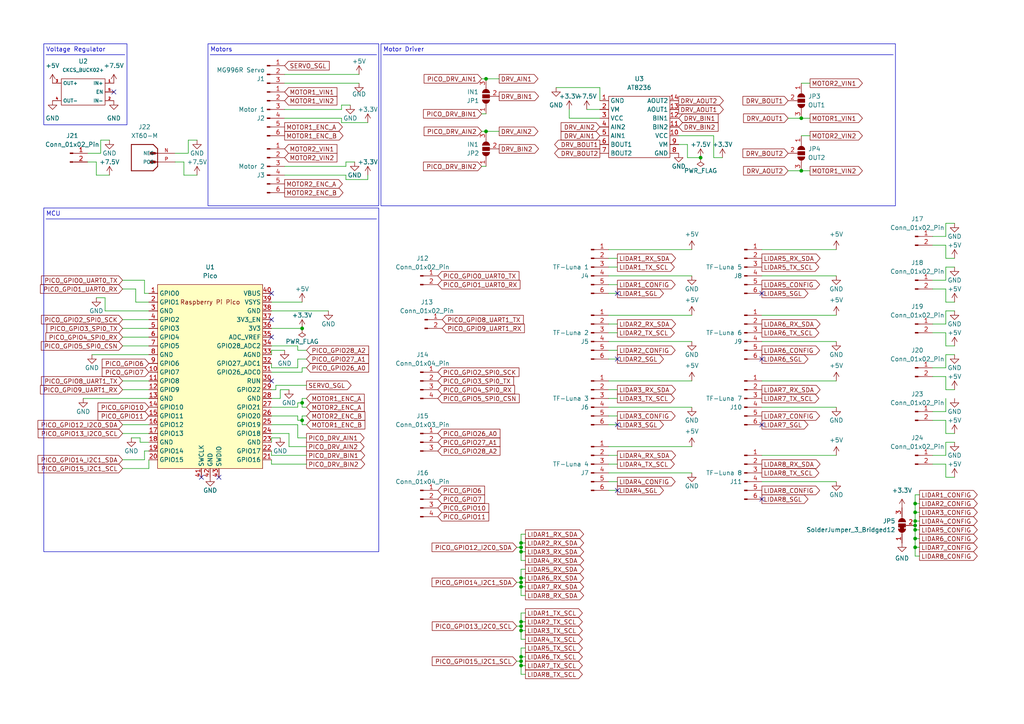
<source format=kicad_sch>
(kicad_sch (version 20230121) (generator eeschema)
  (paper "A4")
  (title_block (title "WRO Future Engineers") (date "2023-06-15") (rev "final") (company "Raffles Institution Club Automatica") (comment 1 "Zhou Yikun") (comment 2 "Zachary Ang"))
  (junction (at 265.43 146.05))
  (junction (at 151.13 191.77))
  (junction (at 87.63 116.84))
  (junction (at 151.13 160.02))
  (junction (at 151.13 168.91))
  (junction (at 265.43 152.4))
  (junction (at 151.13 181.61))
  (junction (at 265.43 156.21))
  (junction (at 87.63 121.92))
  (junction (at 151.13 193.04))
  (junction (at 232.41 34.29))
  (junction (at 265.43 158.75))
  (junction (at 151.13 167.64))
  (junction (at 140.97 38.1))
  (junction (at 203.2 45.72))
  (junction (at 87.63 95.25))
  (junction (at 151.13 170.18))
  (junction (at 140.97 22.86))
  (junction (at 265.43 153.67))
  (junction (at 151.13 182.88))
  (junction (at 265.43 148.59))
  (junction (at 151.13 158.75))
  (junction (at 232.41 49.53))
  (junction (at 265.43 151.13))
  (junction (at 151.13 180.34))
  (junction (at 151.13 190.5))
  (junction (at 151.13 157.48))
  (no_connect (at 220.98 104.14))
  (no_connect (at 220.98 144.78))
  (no_connect (at 78.74 92.71))
  (no_connect (at 220.98 85.09))
  (no_connect (at 78.74 110.49))
  (no_connect (at 78.74 97.79))
  (no_connect (at 78.74 85.09))
  (no_connect (at 63.5 138.43))
  (no_connect (at 179.07 142.24))
  (no_connect (at 220.98 123.19))
  (no_connect (at 58.42 138.43))
  (no_connect (at 33.02 26.67))
  (no_connect (at 179.07 85.09))
  (no_connect (at 179.07 104.14))
  (no_connect (at 179.07 123.19))
  (wire (pts (xy 151.13 177.8) (xy 151.13 180.34)))
  (wire (pts (xy 176.53 123.19) (xy 179.07 123.19)))
  (wire (pts (xy 41.91 130.81) (xy 41.91 133.35)))
  (wire (pts (xy 43.18 133.35) (xy 43.18 135.89)))
  (wire (pts (xy 151.13 170.18) (xy 152.4 170.18)))
  (wire (pts (xy 151.13 195.58) (xy 152.4 195.58)))
  (wire (pts (xy 274.32 134.62) (xy 270.51 134.62)))
  (wire (pts (xy 151.13 182.88) (xy 152.4 182.88)))
  (wire (pts (xy 274.32 128.27) (xy 274.32 132.08)))
  (wire (pts (xy 151.13 168.91) (xy 151.13 170.18)))
  (wire (pts (xy 151.13 160.02) (xy 151.13 162.56)))
  (wire (pts (xy 41.91 130.81) (xy 43.18 130.81)))
  (wire (pts (xy 220.98 132.08) (xy 242.57 132.08)))
  (wire (pts (xy 24.13 115.57) (xy 43.18 115.57)))
  (wire (pts (xy 41.91 133.35) (xy 35.56 133.35)))
  (wire (pts (xy 274.32 106.68) (xy 270.51 106.68)))
  (wire (pts (xy 106.68 52.07) (xy 100.33 52.07)))
  (wire (pts (xy 86.36 120.65) (xy 86.36 121.92)))
  (wire (pts (xy 274.32 132.08) (xy 270.51 132.08)))
  (wire (pts (xy 88.9 118.11) (xy 87.63 118.11)))
  (wire (pts (xy 274.32 81.28) (xy 270.51 81.28)))
  (wire (pts (xy 274.32 68.58) (xy 270.51 68.58)))
  (wire (pts (xy 82.55 48.26) (xy 100.33 48.26)))
  (wire (pts (xy 176.53 132.08) (xy 179.07 132.08)))
  (wire (pts (xy 149.86 168.91) (xy 151.13 168.91)))
  (wire (pts (xy 78.74 107.95) (xy 87.63 107.95)))
  (wire (pts (xy 228.6 49.53) (xy 232.41 49.53)))
  (wire (pts (xy 274.32 125.73) (xy 276.86 125.73)))
  (wire (pts (xy 265.43 158.75) (xy 265.43 161.29)))
  (wire (pts (xy 78.74 106.68) (xy 86.36 106.68)))
  (wire (pts (xy 86.36 116.84) (xy 86.36 118.11)))
  (wire (pts (xy 173.99 25.4) (xy 173.99 29.21)))
  (wire (pts (xy 35.56 97.79) (xy 43.18 97.79)))
  (wire (pts (xy 232.41 49.53) (xy 234.95 49.53)))
  (wire (pts (xy 170.18 31.75) (xy 173.99 31.75)))
  (wire (pts (xy 265.43 146.05) (xy 265.43 148.59)))
  (wire (pts (xy 87.63 121.92) (xy 87.63 120.65)))
  (wire (pts (xy 274.32 90.17) (xy 276.86 90.17)))
  (wire (pts (xy 199.39 41.91) (xy 196.85 41.91)))
  (wire (pts (xy 234.95 39.37) (xy 232.41 39.37)))
  (wire (pts (xy 87.63 118.11) (xy 87.63 116.84)))
  (wire (pts (xy 82.55 50.8) (xy 100.33 50.8)))
  (wire (pts (xy 176.53 137.16) (xy 200.66 137.16)))
  (wire (pts (xy 53.34 46.99) (xy 50.8 46.99)))
  (wire (pts (xy 151.13 170.18) (xy 151.13 172.72)))
  (wire (pts (xy 151.13 157.48) (xy 151.13 158.75)))
  (wire (pts (xy 87.63 123.19) (xy 87.63 121.92)))
  (wire (pts (xy 149.86 191.77) (xy 151.13 191.77)))
  (wire (pts (xy 176.53 99.06) (xy 200.66 99.06)))
  (wire (pts (xy 151.13 182.88) (xy 151.13 185.42)))
  (wire (pts (xy 207.01 45.72) (xy 207.01 39.37)))
  (wire (pts (xy 104.14 21.59) (xy 82.55 21.59)))
  (wire (pts (xy 27.94 46.99) (xy 27.94 50.8)))
  (wire (pts (xy 176.53 129.54) (xy 200.66 129.54)))
  (wire (pts (xy 139.7 38.1) (xy 140.97 38.1)))
  (wire (pts (xy 274.32 90.17) (xy 274.32 93.98)))
  (wire (pts (xy 265.43 153.67) (xy 266.7 153.67)))
  (wire (pts (xy 274.32 115.57) (xy 274.32 119.38)))
  (wire (pts (xy 176.53 134.62) (xy 179.07 134.62)))
  (wire (pts (xy 151.13 190.5) (xy 151.13 191.77)))
  (wire (pts (xy 43.18 135.89) (xy 35.56 135.89)))
  (wire (pts (xy 274.32 96.52) (xy 270.51 96.52)))
  (wire (pts (xy 78.74 133.35) (xy 78.74 134.62)))
  (wire (pts (xy 176.53 74.93) (xy 179.07 74.93)))
  (wire (pts (xy 35.56 83.82) (xy 39.37 83.82)))
  (wire (pts (xy 151.13 185.42) (xy 152.4 185.42)))
  (wire (pts (xy 83.82 125.73) (xy 83.82 129.54)))
  (wire (pts (xy 265.43 158.75) (xy 266.7 158.75)))
  (wire (pts (xy 99.06 31.75) (xy 82.55 31.75)))
  (wire (pts (xy 199.39 45.72) (xy 199.39 41.91)))
  (wire (pts (xy 265.43 143.51) (xy 265.43 146.05)))
  (wire (pts (xy 83.82 129.54) (xy 88.9 129.54)))
  (wire (pts (xy 274.32 87.63) (xy 276.86 87.63)))
  (wire (pts (xy 152.4 154.94) (xy 151.13 154.94)))
  (wire (pts (xy 151.13 157.48) (xy 152.4 157.48)))
  (wire (pts (xy 26.67 102.87) (xy 43.18 102.87)))
  (wire (pts (xy 274.32 134.62) (xy 274.32 138.43)))
  (wire (pts (xy 81.28 113.03) (xy 81.28 115.57)))
  (wire (pts (xy 35.56 123.19) (xy 43.18 123.19)))
  (wire (pts (xy 176.53 93.98) (xy 179.07 93.98)))
  (wire (pts (xy 151.13 187.96) (xy 151.13 190.5)))
  (wire (pts (xy 176.53 82.55) (xy 179.07 82.55)))
  (wire (pts (xy 80.01 111.76) (xy 88.9 111.76)))
  (wire (pts (xy 87.63 95.25) (xy 78.74 95.25)))
  (wire (pts (xy 274.32 64.77) (xy 276.86 64.77)))
  (wire (pts (xy 151.13 180.34) (xy 151.13 181.61)))
  (wire (pts (xy 104.14 24.13) (xy 82.55 24.13)))
  (wire (pts (xy 265.43 148.59) (xy 266.7 148.59)))
  (wire (pts (xy 99.06 30.48) (xy 99.06 31.75)))
  (wire (pts (xy 86.36 121.92) (xy 87.63 121.92)))
  (wire (pts (xy 274.32 119.38) (xy 270.51 119.38)))
  (wire (pts (xy 27.94 46.99) (xy 25.4 46.99)))
  (wire (pts (xy 87.63 115.57) (xy 88.9 115.57)))
  (wire (pts (xy 151.13 160.02) (xy 152.4 160.02)))
  (wire (pts (xy 274.32 113.03) (xy 276.86 113.03)))
  (wire (pts (xy 176.53 80.01) (xy 200.66 80.01)))
  (wire (pts (xy 86.36 101.6) (xy 88.9 101.6)))
  (wire (pts (xy 274.32 77.47) (xy 274.32 81.28)))
  (wire (pts (xy 140.97 38.1) (xy 144.78 38.1)))
  (wire (pts (xy 232.41 34.29) (xy 234.95 34.29)))
  (wire (pts (xy 83.82 113.03) (xy 81.28 113.03)))
  (wire (pts (xy 176.53 72.39) (xy 200.66 72.39)))
  (wire (pts (xy 40.64 127) (xy 40.64 128.27)))
  (wire (pts (xy 41.91 85.09) (xy 43.18 85.09)))
  (wire (pts (xy 87.63 106.68) (xy 88.9 106.68)))
  (wire (pts (xy 274.32 100.33) (xy 276.86 100.33)))
  (wire (pts (xy 78.74 118.11) (xy 86.36 118.11)))
  (wire (pts (xy 139.7 48.26) (xy 140.97 48.26)))
  (wire (pts (xy 242.57 80.01) (xy 220.98 80.01)))
  (wire (pts (xy 99.06 30.48) (xy 101.6 30.48)))
  (wire (pts (xy 53.34 50.8) (xy 57.15 50.8)))
  (wire (pts (xy 78.74 113.03) (xy 80.01 113.03)))
  (wire (pts (xy 54.61 40.64) (xy 54.61 44.45)))
  (wire (pts (xy 151.13 193.04) (xy 151.13 195.58)))
  (wire (pts (xy 274.32 109.22) (xy 270.51 109.22)))
  (wire (pts (xy 176.53 115.57) (xy 179.07 115.57)))
  (wire (pts (xy 78.74 100.33) (xy 86.36 100.33)))
  (wire (pts (xy 78.74 134.62) (xy 88.9 134.62)))
  (wire (pts (xy 99.06 34.29) (xy 82.55 34.29)))
  (wire (pts (xy 78.74 123.19) (xy 86.36 123.19)))
  (wire (pts (xy 29.21 40.64) (xy 29.21 44.45)))
  (wire (pts (xy 40.64 128.27) (xy 43.18 128.27)))
  (wire (pts (xy 54.61 40.64) (xy 57.15 40.64)))
  (wire (pts (xy 53.34 46.99) (xy 53.34 50.8)))
  (wire (pts (xy 39.37 87.63) (xy 43.18 87.63)))
  (wire (pts (xy 35.56 125.73) (xy 43.18 125.73)))
  (wire (pts (xy 78.74 132.08) (xy 88.9 132.08)))
  (wire (pts (xy 81.28 127) (xy 78.74 127)))
  (wire (pts (xy 232.41 24.13) (xy 234.95 24.13)))
  (wire (pts (xy 274.32 71.12) (xy 270.51 71.12)))
  (wire (pts (xy 228.6 34.29) (xy 232.41 34.29)))
  (wire (pts (xy 100.33 52.07) (xy 100.33 50.8)))
  (wire (pts (xy 78.74 127) (xy 78.74 128.27)))
  (wire (pts (xy 242.57 139.7) (xy 220.98 139.7)))
  (wire (pts (xy 88.9 123.19) (xy 87.63 123.19)))
  (wire (pts (xy 265.43 161.29) (xy 266.7 161.29)))
  (wire (pts (xy 265.43 156.21) (xy 266.7 156.21)))
  (wire (pts (xy 274.32 77.47) (xy 276.86 77.47)))
  (wire (pts (xy 151.13 181.61) (xy 151.13 182.88)))
  (wire (pts (xy 86.36 116.84) (xy 87.63 116.84)))
  (wire (pts (xy 99.06 35.56) (xy 99.06 34.29)))
  (wire (pts (xy 78.74 106.68) (xy 78.74 105.41)))
  (wire (pts (xy 86.36 100.33) (xy 86.36 101.6)))
  (wire (pts (xy 139.7 22.86) (xy 140.97 22.86)))
  (wire (pts (xy 266.7 143.51) (xy 265.43 143.51)))
  (wire (pts (xy 199.39 45.72) (xy 203.2 45.72)))
  (wire (pts (xy 151.13 167.64) (xy 152.4 167.64)))
  (wire (pts (xy 86.36 104.14) (xy 88.9 104.14)))
  (wire (pts (xy 165.1 34.29) (xy 173.99 34.29)))
  (wire (pts (xy 151.13 190.5) (xy 152.4 190.5)))
  (wire (pts (xy 265.43 148.59) (xy 265.43 151.13)))
  (wire (pts (xy 106.68 50.8) (xy 106.68 52.07)))
  (wire (pts (xy 78.74 130.81) (xy 78.74 132.08)))
  (wire (pts (xy 149.86 158.75) (xy 151.13 158.75)))
  (wire (pts (xy 274.32 128.27) (xy 276.86 128.27)))
  (wire (pts (xy 176.53 77.47) (xy 179.07 77.47)))
  (wire (pts (xy 151.13 191.77) (xy 151.13 193.04)))
  (wire (pts (xy 274.32 102.87) (xy 274.32 106.68)))
  (wire (pts (xy 100.33 46.99) (xy 102.87 46.99)))
  (wire (pts (xy 176.53 120.65) (xy 179.07 120.65)))
  (wire (pts (xy 81.28 115.57) (xy 78.74 115.57)))
  (wire (pts (xy 100.33 48.26) (xy 100.33 46.99)))
  (wire (pts (xy 151.13 167.64) (xy 151.13 168.91)))
  (wire (pts (xy 86.36 123.19) (xy 86.36 127)))
  (wire (pts (xy 265.43 153.67) (xy 265.43 156.21)))
  (wire (pts (xy 87.63 107.95) (xy 87.63 106.68)))
  (wire (pts (xy 152.4 187.96) (xy 151.13 187.96)))
  (wire (pts (xy 274.32 121.92) (xy 274.32 125.73)))
  (wire (pts (xy 265.43 151.13) (xy 266.7 151.13)))
  (wire (pts (xy 242.57 99.06) (xy 220.98 99.06)))
  (wire (pts (xy 274.32 96.52) (xy 274.32 100.33)))
  (wire (pts (xy 207.01 39.37) (xy 196.85 39.37)))
  (wire (pts (xy 152.4 177.8) (xy 151.13 177.8)))
  (wire (pts (xy 274.32 74.93) (xy 276.86 74.93)))
  (wire (pts (xy 151.13 154.94) (xy 151.13 157.48)))
  (wire (pts (xy 165.1 31.75) (xy 165.1 34.29)))
  (wire (pts (xy 151.13 172.72) (xy 152.4 172.72)))
  (wire (pts (xy 176.53 85.09) (xy 179.07 85.09)))
  (wire (pts (xy 87.63 116.84) (xy 87.63 115.57)))
  (wire (pts (xy 86.36 104.14) (xy 86.36 106.68)))
  (wire (pts (xy 54.61 44.45) (xy 50.8 44.45)))
  (wire (pts (xy 220.98 72.39) (xy 242.57 72.39)))
  (wire (pts (xy 274.32 121.92) (xy 270.51 121.92)))
  (wire (pts (xy 35.56 92.71) (xy 43.18 92.71)))
  (wire (pts (xy 151.13 158.75) (xy 151.13 160.02)))
  (wire (pts (xy 30.48 86.36) (xy 30.48 90.17)))
  (wire (pts (xy 176.53 96.52) (xy 179.07 96.52)))
  (wire (pts (xy 220.98 91.44) (xy 242.57 91.44)))
  (wire (pts (xy 35.56 110.49) (xy 43.18 110.49)))
  (wire (pts (xy 151.13 165.1) (xy 151.13 167.64)))
  (wire (pts (xy 274.32 93.98) (xy 270.51 93.98)))
  (wire (pts (xy 274.32 138.43) (xy 276.86 138.43)))
  (wire (pts (xy 151.13 193.04) (xy 152.4 193.04)))
  (wire (pts (xy 152.4 162.56) (xy 151.13 162.56)))
  (wire (pts (xy 35.56 95.25) (xy 43.18 95.25)))
  (wire (pts (xy 35.56 100.33) (xy 43.18 100.33)))
  (wire (pts (xy 274.32 83.82) (xy 274.32 87.63)))
  (wire (pts (xy 274.32 83.82) (xy 270.51 83.82)))
  (wire (pts (xy 41.91 81.28) (xy 41.91 85.09)))
  (wire (pts (xy 139.7 33.02) (xy 140.97 33.02)))
  (wire (pts (xy 176.53 113.03) (xy 179.07 113.03)))
  (wire (pts (xy 265.43 146.05) (xy 266.7 146.05)))
  (wire (pts (xy 87.63 120.65) (xy 88.9 120.65)))
  (wire (pts (xy 30.48 90.17) (xy 43.18 90.17)))
  (wire (pts (xy 78.74 125.73) (xy 83.82 125.73)))
  (wire (pts (xy 274.32 71.12) (xy 274.32 74.93)))
  (wire (pts (xy 176.53 142.24) (xy 179.07 142.24)))
  (wire (pts (xy 176.53 101.6) (xy 179.07 101.6)))
  (wire (pts (xy 176.53 110.49) (xy 200.66 110.49)))
  (wire (pts (xy 39.37 83.82) (xy 39.37 87.63)))
  (wire (pts (xy 220.98 110.49) (xy 242.57 110.49)))
  (wire (pts (xy 242.57 118.11) (xy 220.98 118.11)))
  (wire (pts (xy 176.53 118.11) (xy 200.66 118.11)))
  (wire (pts (xy 29.21 40.64) (xy 31.75 40.64)))
  (wire (pts (xy 176.53 139.7) (xy 179.07 139.7)))
  (wire (pts (xy 274.32 102.87) (xy 276.86 102.87)))
  (wire (pts (xy 274.32 64.77) (xy 274.32 68.58)))
  (wire (pts (xy 207.01 45.72) (xy 209.55 45.72)))
  (wire (pts (xy 35.56 81.28) (xy 41.91 81.28)))
  (wire (pts (xy 265.43 152.4) (xy 265.43 153.67)))
  (wire (pts (xy 29.21 44.45) (xy 25.4 44.45)))
  (wire (pts (xy 78.74 90.17) (xy 95.25 90.17)))
  (wire (pts (xy 176.53 104.14) (xy 179.07 104.14)))
  (wire (pts (xy 27.94 86.36) (xy 30.48 86.36)))
  (wire (pts (xy 78.74 101.6) (xy 78.74 102.87)))
  (wire (pts (xy 99.06 35.56) (xy 106.68 35.56)))
  (wire (pts (xy 27.94 50.8) (xy 31.75 50.8)))
  (wire (pts (xy 144.78 22.86) (xy 140.97 22.86)))
  (wire (pts (xy 152.4 165.1) (xy 151.13 165.1)))
  (wire (pts (xy 265.43 151.13) (xy 265.43 152.4)))
  (wire (pts (xy 87.63 87.63) (xy 78.74 87.63)))
  (wire (pts (xy 176.53 91.44) (xy 200.66 91.44)))
  (wire (pts (xy 151.13 180.34) (xy 152.4 180.34)))
  (wire (pts (xy 38.1 127) (xy 40.64 127)))
  (wire (pts (xy 161.29 25.4) (xy 173.99 25.4)))
  (wire (pts (xy 78.74 101.6) (xy 82.55 101.6)))
  (wire (pts (xy 274.32 109.22) (xy 274.32 113.03)))
  (wire (pts (xy 149.86 181.61) (xy 151.13 181.61)))
  (wire (pts (xy 86.36 127) (xy 88.9 127)))
  (wire (pts (xy 80.01 111.76) (xy 80.01 113.03)))
  (wire (pts (xy 265.43 156.21) (xy 265.43 158.75)))
  (wire (pts (xy 78.74 120.65) (xy 86.36 120.65)))
  (wire (pts (xy 35.56 113.03) (xy 43.18 113.03)))
  (rectangle (start 12.7 60.325) (end 109.855 160.02))
  (rectangle (start 60.325 12.7) (end 109.855 59.69))
  (rectangle (start 60.96 15.875) (end 109.22 15.875))
  (rectangle (start 13.335 15.875) (end 36.195 15.875))
  (rectangle (start 13.335 63.5) (end 109.22 63.5))
  (rectangle (start 111.125 15.875) (end 259.08 15.875))
  (rectangle (start 12.7 12.7) (end 36.83 36.195))
  (rectangle (start 110.49 12.7) (end 259.715 59.69))
  (text "Voltage Regulator" (at 13.335 15.24 0) (effects (font (size 1.27 1.27)) (justify left bottom)))
  (text "Motor Driver" (at 111.125 15.24 0) (effects (font (size 1.27 1.27)) (justify left bottom)))
  (text "MCU" (at 13.335 62.865 0) (effects (font (size 1.27 1.27)) (justify left bottom)))
  (text "Motors" (at 60.96 15.24 0) (effects (font (size 1.27 1.27)) (justify left bottom)))
  (global_label "PICO_GPIO4_SPI0_RX" (shape input) (at 35.56 97.79 180) (property "Intersheetrefs" "${INTERSHEET_REFS}" (effects hide)))
  (global_label "PICO_GPIO28_A2" (shape input) (at 127 130.81 0) (property "Intersheetrefs" "${INTERSHEET_REFS}" (effects hide)))
  (global_label "MOTOR1_ENC_B" (shape output) (at 82.55 39.37 0) (property "Intersheetrefs" "${INTERSHEET_REFS}" (effects hide)))
  (global_label "PICO_GPIO5_SPI0_CSN" (shape input) (at 127 115.57 0) (property "Intersheetrefs" "${INTERSHEET_REFS}" (effects hide)))
  (global_label "PICO_GPIO6" (shape input) (at 43.18 105.41 180) (property "Intersheetrefs" "${INTERSHEET_REFS}" (effects hide)))
  (global_label "LIDAR7_TX_SCL" (shape output) (at 220.98 115.57 0) (property "Intersheetrefs" "${INTERSHEET_REFS}" (effects hide)))
  (global_label "PICO_GPIO15_I2C1_SCL" (shape input) (at 35.56 135.89 180) (property "Intersheetrefs" "${INTERSHEET_REFS}" (effects hide)))
  (global_label "DRV_AOUT2" (shape output) (at 196.85 29.21 0) (property "Intersheetrefs" "${INTERSHEET_REFS}" (effects hide)))
  (global_label "PICO_GPIO13_I2C0_SCL" (shape input) (at 35.56 125.73 180) (property "Intersheetrefs" "${INTERSHEET_REFS}" (effects hide)))
  (global_label "PICO_GPIO28_A2" (shape input) (at 88.9 101.6 0) (property "Intersheetrefs" "${INTERSHEET_REFS}" (effects hide)))
  (global_label "DRV_BOUT1" (shape input) (at 228.6 29.21 180) (property "Intersheetrefs" "${INTERSHEET_REFS}" (effects hide)))
  (global_label "LIDAR4_TX_SCL" (shape output) (at 152.4 185.42 0) (property "Intersheetrefs" "${INTERSHEET_REFS}" (effects hide)))
  (global_label "LIDAR2_SGL" (shape output) (at 179.07 104.14 0) (property "Intersheetrefs" "${INTERSHEET_REFS}" (effects hide)))
  (global_label "PICO_GPIO8_UART1_TX" (shape input) (at 128.27 92.71 0) (property "Intersheetrefs" "${INTERSHEET_REFS}" (effects hide)))
  (global_label "DRV_AIN2" (shape input) (at 173.99 36.83 180) (property "Intersheetrefs" "${INTERSHEET_REFS}" (effects hide)))
  (global_label "PICO_GPIO5_SPI0_CSN" (shape input) (at 35.56 100.33 180) (property "Intersheetrefs" "${INTERSHEET_REFS}" (effects hide)))
  (global_label "PICO_DRV_AIN1" (shape output) (at 88.9 127 0) (property "Intersheetrefs" "${INTERSHEET_REFS}" (effects hide)))
  (global_label "PICO_GPIO3_SPI0_TX" (shape input) (at 127 110.49 0) (property "Intersheetrefs" "${INTERSHEET_REFS}" (effects hide)))
  (global_label "LIDAR8_SGL" (shape output) (at 220.98 144.78 0) (property "Intersheetrefs" "${INTERSHEET_REFS}" (effects hide)))
  (global_label "DRV_AIN2" (shape output) (at 144.78 38.1 0) (property "Intersheetrefs" "${INTERSHEET_REFS}" (effects hide)))
  (global_label "LIDAR2_CONFIG" (shape output) (at 179.07 101.6 0) (property "Intersheetrefs" "${INTERSHEET_REFS}" (effects hide)))
  (global_label "PICO_DRV_BIN2" (shape input) (at 139.7 48.26 180) (property "Intersheetrefs" "${INTERSHEET_REFS}" (effects hide)))
  (global_label "DRV_BOUT2" (shape input) (at 228.6 44.45 180) (property "Intersheetrefs" "${INTERSHEET_REFS}" (effects hide)))
  (global_label "LIDAR3_CONFIG" (shape output) (at 179.07 120.65 0) (property "Intersheetrefs" "${INTERSHEET_REFS}" (effects hide)))
  (global_label "LIDAR6_SGL" (shape output) (at 220.98 104.14 0) (property "Intersheetrefs" "${INTERSHEET_REFS}" (effects hide)))
  (global_label "SERVO_SGL" (shape output) (at 88.9 111.76 0) (property "Intersheetrefs" "${INTERSHEET_REFS}" (effects hide)))
  (global_label "PICO_GPIO1_UART0_RX" (shape input) (at 35.56 83.82 180) (property "Intersheetrefs" "${INTERSHEET_REFS}" (effects hide)))
  (global_label "LIDAR2_RX_SDA" (shape output) (at 152.4 157.48 0) (property "Intersheetrefs" "${INTERSHEET_REFS}" (effects hide)))
  (global_label "LIDAR5_TX_SCL" (shape output) (at 152.4 187.96 0) (property "Intersheetrefs" "${INTERSHEET_REFS}" (effects hide)))
  (global_label "LIDAR1_RX_SDA" (shape output) (at 179.07 74.93 0) (property "Intersheetrefs" "${INTERSHEET_REFS}" (effects hide)))
  (global_label "PICO_GPIO0_UART0_TX" (shape input) (at 35.56 81.28 180) (property "Intersheetrefs" "${INTERSHEET_REFS}" (effects hide)))
  (global_label "LIDAR8_CONFIG" (shape output) (at 220.98 142.24 0) (property "Intersheetrefs" "${INTERSHEET_REFS}" (effects hide)))
  (global_label "MOTOR2_ENC_A" (shape input) (at 88.9 118.11 0) (property "Intersheetrefs" "${INTERSHEET_REFS}" (effects hide)))
  (global_label "LIDAR1_CONFIG" (shape output) (at 266.7 143.51 0) (property "Intersheetrefs" "${INTERSHEET_REFS}" (effects hide)))
  (global_label "LIDAR1_TX_SCL" (shape output) (at 179.07 77.47 0) (property "Intersheetrefs" "${INTERSHEET_REFS}" (effects hide)))
  (global_label "DRV_AIN1" (shape output) (at 144.78 22.86 0) (property "Intersheetrefs" "${INTERSHEET_REFS}" (effects hide)))
  (global_label "PICO_GPIO11" (shape input) (at 43.18 120.65 180) (property "Intersheetrefs" "${INTERSHEET_REFS}" (effects hide)))
  (global_label "LIDAR8_RX_SDA" (shape output) (at 152.4 172.72 0) (property "Intersheetrefs" "${INTERSHEET_REFS}" (effects hide)))
  (global_label "LIDAR8_RX_SDA" (shape output) (at 220.98 134.62 0) (property "Intersheetrefs" "${INTERSHEET_REFS}" (effects hide)))
  (global_label "LIDAR2_TX_SCL" (shape output) (at 152.4 180.34 0) (property "Intersheetrefs" "${INTERSHEET_REFS}" (effects hide)))
  (global_label "PICO_GPIO26_A0" (shape input) (at 127 125.73 0) (property "Intersheetrefs" "${INTERSHEET_REFS}" (effects hide)))
  (global_label "PICO_DRV_BIN1" (shape output) (at 88.9 132.08 0) (property "Intersheetrefs" "${INTERSHEET_REFS}" (effects hide)))
  (global_label "MOTOR2_ENC_B" (shape input) (at 88.9 120.65 0) (property "Intersheetrefs" "${INTERSHEET_REFS}" (effects hide)))
  (global_label "DRV_AIN1" (shape input) (at 173.99 39.37 180) (property "Intersheetrefs" "${INTERSHEET_REFS}" (effects hide)))
  (global_label "PICO_GPIO4_SPI0_RX" (shape input) (at 127 113.03 0) (property "Intersheetrefs" "${INTERSHEET_REFS}" (effects hide)))
  (global_label "LIDAR3_CONFIG" (shape output) (at 266.7 148.59 0) (property "Intersheetrefs" "${INTERSHEET_REFS}" (effects hide)))
  (global_label "MOTOR1_VIN1" (shape output) (at 234.95 34.29 0) (property "Intersheetrefs" "${INTERSHEET_REFS}" (effects hide)))
  (global_label "PICO_GPIO15_I2C1_SCL" (shape input) (at 149.86 191.77 180) (property "Intersheetrefs" "${INTERSHEET_REFS}" (effects hide)))
  (global_label "DRV_BIN1" (shape output) (at 144.78 27.94 0) (property "Intersheetrefs" "${INTERSHEET_REFS}" (effects hide)))
  (global_label "PICO_GPIO3_SPI0_TX" (shape input) (at 35.56 95.25 180) (property "Intersheetrefs" "${INTERSHEET_REFS}" (effects hide)))
  (global_label "LIDAR3_RX_SDA" (shape output) (at 179.07 113.03 0) (property "Intersheetrefs" "${INTERSHEET_REFS}" (effects hide)))
  (global_label "MOTOR2_ENC_B" (shape output) (at 82.55 55.88 0) (property "Intersheetrefs" "${INTERSHEET_REFS}" (effects hide)))
  (global_label "PICO_GPIO6" (shape input) (at 127 142.24 0) (property "Intersheetrefs" "${INTERSHEET_REFS}" (effects hide)))
  (global_label "LIDAR2_CONFIG" (shape output) (at 266.7 146.05 0) (property "Intersheetrefs" "${INTERSHEET_REFS}" (effects hide)))
  (global_label "LIDAR4_TX_SCL" (shape output) (at 179.07 134.62 0) (property "Intersheetrefs" "${INTERSHEET_REFS}" (effects hide)))
  (global_label "LIDAR1_TX_SCL" (shape output) (at 152.4 177.8 0) (property "Intersheetrefs" "${INTERSHEET_REFS}" (effects hide)))
  (global_label "LIDAR7_SGL" (shape output) (at 220.98 123.19 0) (property "Intersheetrefs" "${INTERSHEET_REFS}" (effects hide)))
  (global_label "LIDAR8_CONFIG" (shape output) (at 266.7 161.29 0) (property "Intersheetrefs" "${INTERSHEET_REFS}" (effects hide)))
  (global_label "PICO_GPIO2_SPI0_SCK" (shape input) (at 127 107.95 0) (property "Intersheetrefs" "${INTERSHEET_REFS}" (effects hide)))
  (global_label "PICO_GPIO27_A1" (shape input) (at 88.9 104.14 0) (property "Intersheetrefs" "${INTERSHEET_REFS}" (effects hide)))
  (global_label "MOTOR1_VIN1" (shape input) (at 82.55 26.67 0) (property "Intersheetrefs" "${INTERSHEET_REFS}" (effects hide)))
  (global_label "LIDAR5_SGL" (shape output) (at 220.98 85.09 0) (property "Intersheetrefs" "${INTERSHEET_REFS}" (effects hide)))
  (global_label "MOTOR1_VIN2" (shape output) (at 234.95 49.53 0) (property "Intersheetrefs" "${INTERSHEET_REFS}" (effects hide)))
  (global_label "PICO_GPIO14_I2C1_SDA" (shape input) (at 149.86 168.91 180) (property "Intersheetrefs" "${INTERSHEET_REFS}" (effects hide)))
  (global_label "LIDAR6_RX_SDA" (shape output) (at 220.98 93.98 0) (property "Intersheetrefs" "${INTERSHEET_REFS}" (effects hide)))
  (global_label "MOTOR1_ENC_A" (shape output) (at 82.55 36.83 0) (property "Intersheetrefs" "${INTERSHEET_REFS}" (effects hide)))
  (global_label "PICO_GPIO2_SPI0_SCK" (shape input) (at 35.56 92.71 180) (property "Intersheetrefs" "${INTERSHEET_REFS}" (effects hide)))
  (global_label "LIDAR5_TX_SCL" (shape output) (at 220.98 77.47 0) (property "Intersheetrefs" "${INTERSHEET_REFS}" (effects hide)))
  (global_label "PICO_GPIO10" (shape input) (at 127 147.32 0) (property "Intersheetrefs" "${INTERSHEET_REFS}" (effects hide)))
  (global_label "DRV_BOUT2" (shape output) (at 173.99 44.45 180) (property "Intersheetrefs" "${INTERSHEET_REFS}" (effects hide)))
  (global_label "LIDAR6_TX_SCL" (shape output) (at 220.98 96.52 0) (property "Intersheetrefs" "${INTERSHEET_REFS}" (effects hide)))
  (global_label "LIDAR7_TX_SCL" (shape output) (at 152.4 193.04 0) (property "Intersheetrefs" "${INTERSHEET_REFS}" (effects hide)))
  (global_label "LIDAR5_CONFIG" (shape output) (at 220.98 82.55 0) (property "Intersheetrefs" "${INTERSHEET_REFS}" (effects hide)))
  (global_label "LIDAR6_CONFIG" (shape output) (at 266.7 156.21 0) (property "Intersheetrefs" "${INTERSHEET_REFS}" (effects hide)))
  (global_label "PICO_GPIO1_UART0_RX" (shape input) (at 127 82.55 0) (property "Intersheetrefs" "${INTERSHEET_REFS}" (effects hide)))
  (global_label "PICO_GPIO26_A0" (shape input) (at 88.9 106.68 0) (property "Intersheetrefs" "${INTERSHEET_REFS}" (effects hide)))
  (global_label "LIDAR6_CONFIG" (shape output) (at 220.98 101.6 0) (property "Intersheetrefs" "${INTERSHEET_REFS}" (effects hide)))
  (global_label "LIDAR7_CONFIG" (shape output) (at 220.98 120.65 0) (property "Intersheetrefs" "${INTERSHEET_REFS}" (effects hide)))
  (global_label "PICO_GPIO7" (shape input) (at 43.18 107.95 180) (property "Intersheetrefs" "${INTERSHEET_REFS}" (effects hide)))
  (global_label "PICO_GPIO13_I2C0_SCL" (shape input) (at 149.86 181.61 180) (property "Intersheetrefs" "${INTERSHEET_REFS}" (effects hide)))
  (global_label "PICO_GPIO9_UART1_RX" (shape input) (at 35.56 113.03 180) (property "Intersheetrefs" "${INTERSHEET_REFS}" (effects hide)))
  (global_label "PICO_GPIO0_UART0_TX" (shape input) (at 127 80.01 0) (property "Intersheetrefs" "${INTERSHEET_REFS}" (effects hide)))
  (global_label "MOTOR2_VIN1" (shape output) (at 234.95 24.13 0) (property "Intersheetrefs" "${INTERSHEET_REFS}" (effects hide)))
  (global_label "DRV_BIN1" (shape input) (at 196.85 34.29 0) (property "Intersheetrefs" "${INTERSHEET_REFS}" (effects hide)))
  (global_label "LIDAR3_RX_SDA" (shape output) (at 152.4 160.02 0) (property "Intersheetrefs" "${INTERSHEET_REFS}" (effects hide)))
  (global_label "PICO_DRV_BIN2" (shape output) (at 88.9 134.62 0) (property "Intersheetrefs" "${INTERSHEET_REFS}" (effects hide)))
  (global_label "LIDAR4_CONFIG" (shape output) (at 179.07 139.7 0) (property "Intersheetrefs" "${INTERSHEET_REFS}" (effects hide)))
  (global_label "DRV_AOUT2" (shape input) (at 228.6 49.53 180) (property "Intersheetrefs" "${INTERSHEET_REFS}" (effects hide)))
  (global_label "LIDAR6_TX_SCL" (shape output) (at 152.4 190.5 0) (property "Intersheetrefs" "${INTERSHEET_REFS}" (effects hide)))
  (global_label "LIDAR4_RX_SDA" (shape output) (at 152.4 162.56 0) (property "Intersheetrefs" "${INTERSHEET_REFS}" (effects hide)))
  (global_label "PICO_GPIO12_I2C0_SDA" (shape input) (at 35.56 123.19 180) (property "Intersheetrefs" "${INTERSHEET_REFS}" (effects hide)))
  (global_label "PICO_GPIO10" (shape input) (at 43.18 118.11 180) (property "Intersheetrefs" "${INTERSHEET_REFS}" (effects hide)))
  (global_label "LIDAR8_TX_SCL" (shape output) (at 152.4 195.58 0) (property "Intersheetrefs" "${INTERSHEET_REFS}" (effects hide)))
  (global_label "SERVO_SGL" (shape input) (at 82.55 19.05 0) (property "Intersheetrefs" "${INTERSHEET_REFS}" (effects hide)))
  (global_label "PICO_GPIO8_UART1_TX" (shape input) (at 35.56 110.49 180) (property "Intersheetrefs" "${INTERSHEET_REFS}" (effects hide)))
  (global_label "LIDAR7_RX_SDA" (shape output) (at 152.4 170.18 0) (property "Intersheetrefs" "${INTERSHEET_REFS}" (effects hide)))
  (global_label "PICO_GPIO12_I2C0_SDA" (shape input) (at 149.86 158.75 180) (property "Intersheetrefs" "${INTERSHEET_REFS}" (effects hide)))
  (global_label "LIDAR5_CONFIG" (shape output) (at 266.7 153.67 0) (property "Intersheetrefs" "${INTERSHEET_REFS}" (effects hide)))
  (global_label "MOTOR1_VIN2" (shape input) (at 82.55 29.21 0) (property "Intersheetrefs" "${INTERSHEET_REFS}" (effects hide)))
  (global_label "MOTOR2_VIN1" (shape input) (at 82.55 43.18 0) (property "Intersheetrefs" "${INTERSHEET_REFS}" (effects hide)))
  (global_label "DRV_BIN2" (shape output) (at 144.78 43.18 0) (property "Intersheetrefs" "${INTERSHEET_REFS}" (effects hide)))
  (global_label "PICO_GPIO11" (shape input) (at 127 149.86 0) (property "Intersheetrefs" "${INTERSHEET_REFS}" (effects hide)))
  (global_label "LIDAR3_TX_SCL" (shape output) (at 152.4 182.88 0) (property "Intersheetrefs" "${INTERSHEET_REFS}" (effects hide)))
  (global_label "PICO_DRV_AIN1" (shape input) (at 139.7 22.86 180) (property "Intersheetrefs" "${INTERSHEET_REFS}" (effects hide)))
  (global_label "LIDAR4_CONFIG" (shape output) (at 266.7 151.13 0) (property "Intersheetrefs" "${INTERSHEET_REFS}" (effects hide)))
  (global_label "LIDAR4_SGL" (shape output) (at 179.07 142.24 0) (property "Intersheetrefs" "${INTERSHEET_REFS}" (effects hide)))
  (global_label "PICO_DRV_AIN2" (shape input) (at 139.7 38.1 180) (property "Intersheetrefs" "${INTERSHEET_REFS}" (effects hide)))
  (global_label "LIDAR4_RX_SDA" (shape output) (at 179.07 132.08 0) (property "Intersheetrefs" "${INTERSHEET_REFS}" (effects hide)))
  (global_label "DRV_BOUT1" (shape output) (at 173.99 41.91 180) (property "Intersheetrefs" "${INTERSHEET_REFS}" (effects hide)))
  (global_label "PICO_DRV_BIN1" (shape input) (at 139.7 33.02 180) (property "Intersheetrefs" "${INTERSHEET_REFS}" (effects hide)))
  (global_label "PICO_GPIO7" (shape input) (at 127 144.78 0) (property "Intersheetrefs" "${INTERSHEET_REFS}" (effects hide)))
  (global_label "LIDAR7_CONFIG" (shape output) (at 266.7 158.75 0) (property "Intersheetrefs" "${INTERSHEET_REFS}" (effects hide)))
  (global_label "PICO_DRV_AIN2" (shape output) (at 88.9 129.54 0) (property "Intersheetrefs" "${INTERSHEET_REFS}" (effects hide)))
  (global_label "LIDAR2_RX_SDA" (shape output) (at 179.07 93.98 0) (property "Intersheetrefs" "${INTERSHEET_REFS}" (effects hide)))
  (global_label "PICO_GPIO9_UART1_RX" (shape input) (at 128.27 95.25 0) (property "Intersheetrefs" "${INTERSHEET_REFS}" (effects hide)))
  (global_label "LIDAR1_SGL" (shape output) (at 179.07 85.09 0) (property "Intersheetrefs" "${INTERSHEET_REFS}" (effects hide)))
  (global_label "DRV_AOUT1" (shape input) (at 228.6 34.29 180) (property "Intersheetrefs" "${INTERSHEET_REFS}" (effects hide)))
  (global_label "PICO_GPIO14_I2C1_SDA" (shape input) (at 35.56 133.35 180) (property "Intersheetrefs" "${INTERSHEET_REFS}" (effects hide)))
  (global_label "LIDAR6_RX_SDA" (shape output) (at 152.4 167.64 0) (property "Intersheetrefs" "${INTERSHEET_REFS}" (effects hide)))
  (global_label "MOTOR1_ENC_A" (shape input) (at 88.9 115.57 0) (property "Intersheetrefs" "${INTERSHEET_REFS}" (effects hide)))
  (global_label "LIDAR8_TX_SCL" (shape output) (at 220.98 137.16 0) (property "Intersheetrefs" "${INTERSHEET_REFS}" (effects hide)))
  (global_label "MOTOR2_VIN2" (shape input) (at 82.55 45.72 0) (property "Intersheetrefs" "${INTERSHEET_REFS}" (effects hide)))
  (global_label "LIDAR1_RX_SDA" (shape output) (at 152.4 154.94 0) (property "Intersheetrefs" "${INTERSHEET_REFS}" (effects hide)))
  (global_label "LIDAR7_RX_SDA" (shape output) (at 220.98 113.03 0) (property "Intersheetrefs" "${INTERSHEET_REFS}" (effects hide)))
  (global_label "LIDAR3_TX_SCL" (shape output) (at 179.07 115.57 0) (property "Intersheetrefs" "${INTERSHEET_REFS}" (effects hide)))
  (global_label "LIDAR3_SGL" (shape output) (at 179.07 123.19 0) (property "Intersheetrefs" "${INTERSHEET_REFS}" (effects hide)))
  (global_label "PICO_GPIO27_A1" (shape input) (at 127 128.27 0) (property "Intersheetrefs" "${INTERSHEET_REFS}" (effects hide)))
  (global_label "LIDAR5_RX_SDA" (shape output) (at 220.98 74.93 0) (property "Intersheetrefs" "${INTERSHEET_REFS}" (effects hide)))
  (global_label "DRV_AOUT1" (shape output) (at 196.85 31.75 0) (property "Intersheetrefs" "${INTERSHEET_REFS}" (effects hide)))
  (global_label "LIDAR1_CONFIG" (shape output) (at 179.07 82.55 0) (property "Intersheetrefs" "${INTERSHEET_REFS}" (effects hide)))
  (global_label "MOTOR2_VIN2" (shape output) (at 234.95 39.37 0) (property "Intersheetrefs" "${INTERSHEET_REFS}" (effects hide)))
  (global_label "MOTOR1_ENC_B" (shape input) (at 88.9 123.19 0) (property "Intersheetrefs" "${INTERSHEET_REFS}" (effects hide)))
  (global_label "DRV_BIN2" (shape input) (at 196.85 36.83 0) (property "Intersheetrefs" "${INTERSHEET_REFS}" (effects hide)))
  (global_label "MOTOR2_ENC_A" (shape output) (at 82.55 53.34 0) (property "Intersheetrefs" "${INTERSHEET_REFS}" (effects hide)))
  (global_label "LIDAR2_TX_SCL" (shape output) (at 179.07 96.52 0) (property "Intersheetrefs" "${INTERSHEET_REFS}" (effects hide)))
  (global_label "LIDAR5_RX_SDA" (shape output) (at 152.4 165.1 0) (property "Intersheetrefs" "${INTERSHEET_REFS}" (effects hide)))
  (symbol (lib_id "Connector:Conn_01x06_Pin") (at 171.45 115.57 0) (unit 1)
    (property "Reference" "J6" (at 170.815 118.11 0) (effects (justify right)))
    (property "Value" "TF-Luna 3" (at 170.815 115.57 0) (effects (justify right)))
    (property "Footprint" "Connector_JST:JST_XH_B6B-XH-A_1x06_P2.50mm_Vertical" (effects hide))
  )
  (symbol (lib_id "power:GND") (at 200.66 80.01 0) (unit 1)
    (property "Reference" "#PWR029" (effects hide))
    (property "Value" "GND" (at 200.66 83.82 0))
  )
  (symbol (lib_id "power:GND") (at 102.87 46.99 0) (unit 1)
    (property "Reference" "#PWR025" (effects hide))
    (property "Value" "GND" (at 102.87 50.8 0))
  )
  (symbol (lib_id "power:GND") (at 60.96 138.43 0) (unit 1)
    (property "Reference" "#PWR027" (effects hide))
    (property "Value" "GND" (at 60.96 142.24 0))
  )
  (symbol (lib_id "Jumper:SolderJumper_3_Open") (at 232.41 44.45 270) (unit 1)
    (property "Reference" "JP4" (at 236.22 43.18 90))
    (property "Value" "OUT2" (at 236.855 45.72 90))
    (property "Footprint" "Jumper:SolderJumper-3_P2.0mm_Open_TrianglePad1.0x1.5mm" (effects hide))
  )
  (symbol (lib_id "Connector:Conn_01x02_Pin") (at 121.92 80.01 0) (unit 1)
    (property "Reference" "J12" (at 122.555 74.93 0))
    (property "Value" "Conn_01x02_Pin" (at 122.555 77.47 0))
    (property "Footprint" "Connector_JST:JST_XH_B2B-XH-A_1x02_P2.50mm_Vertical" (effects hide))
  )
  (symbol (lib_id "XT60-M:XT60-M") (at 45.72 44.45 180) (unit 1)
    (property "Reference" "J22" (at 41.91 36.83 0))
    (property "Value" "XT60-M" (at 41.91 39.37 0))
    (property "Footprint" "XT60:AMASS_XT60-M" (effects hide))
    (property "PARTREV" "V1.2" (effects hide))
    (property "MANUFACTURER" "AMASS" (effects hide))
    (property "MAXIMUM_PACKAGE_HEIGHT" "16.00 mm" (effects hide))
    (property "STANDARD" "IPC 7351B" (effects hide))
  )
  (symbol (lib_id "power:GND") (at 276.86 128.27 0) (unit 1)
    (property "Reference" "#PWR060" (effects hide))
    (property "Value" "GND" (at 276.86 132.08 0))
  )
  (symbol (lib_id "power:GND") (at 276.86 115.57 0) (unit 1)
    (property "Reference" "#PWR058" (effects hide))
    (property "Value" "GND" (at 276.86 119.38 0))
  )
  (symbol (lib_id "Connector:Conn_01x06_Pin") (at 171.45 134.62 0) (unit 1)
    (property "Reference" "J7" (at 170.815 137.16 0) (effects (justify right)))
    (property "Value" "TF-Luna 4" (at 170.815 134.62 0) (effects (justify right)))
    (property "Footprint" "Connector_JST:JST_XH_B6B-XH-A_1x06_P2.50mm_Vertical" (effects hide))
  )
  (symbol (lib_id "power:+7.5V") (at 31.75 50.8 0) (unit 1)
    (property "Reference" "#PWR055" (effects hide))
    (property "Value" "+7.5V" (at 31.75 46.99 0))
  )
  (symbol (lib_id "power:GND") (at 200.66 99.06 0) (unit 1)
    (property "Reference" "#PWR031" (effects hide))
    (property "Value" "GND" (at 200.66 102.87 0))
  )
  (symbol (lib_id "power:GND") (at 200.66 118.11 0) (unit 1)
    (property "Reference" "#PWR033" (effects hide))
    (property "Value" "GND" (at 200.66 121.92 0))
  )
  (symbol (lib_id "Connector:Conn_01x06_Pin") (at 171.45 96.52 0) (unit 1)
    (property "Reference" "J5" (at 170.815 99.06 0) (effects (justify right)))
    (property "Value" "TF-Luna 2" (at 170.815 96.52 0) (effects (justify right)))
    (property "Footprint" "Connector_JST:JST_XH_B6B-XH-A_1x06_P2.50mm_Vertical" (effects hide))
  )
  (symbol (lib_id "power:GND") (at 242.57 99.06 0) (unit 1)
    (property "Reference" "#PWR039" (effects hide))
    (property "Value" "GND" (at 242.57 102.87 0))
  )
  (symbol (lib_id "power:+5V") (at 87.63 87.63 0) (unit 1)
    (property "Reference" "#PWR010" (effects hide))
    (property "Value" "+5V" (at 87.63 83.82 0))
  )
  (symbol (lib_id "power:+5V") (at 276.86 87.63 0) (unit 1)
    (property "Reference" "#PWR049" (effects hide))
    (property "Value" "+5V" (at 276.86 83.82 0))
  )
  (symbol (lib_id "Connector:Conn_01x06_Pin") (at 77.47 48.26 0) (unit 1)
    (property "Reference" "J3" (at 76.835 50.8 0) (effects (justify right)))
    (property "Value" "Motor 2" (at 76.835 48.26 0) (effects (justify right)))
    (property "Footprint" "Connector_PinHeader_2.54mm:PinHeader_1x06_P2.54mm_Vertical" (effects hide))
  )
  (symbol (lib_id "power:+3.3V") (at 165.1 31.75 0) (unit 1)
    (property "Reference" "#PWR020" (effects hide))
    (property "Value" "+3.3V" (at 165.1 27.94 0))
  )
  (symbol (lib_id "Connector:Conn_01x04_Pin") (at 121.92 110.49 0) (unit 1)
    (property "Reference" "J14" (at 122.555 102.87 0))
    (property "Value" "Conn_01x04_Pin" (at 122.555 105.41 0))
    (property "Footprint" "Connector_JST:JST_XH_B4B-XH-A_1x04_P2.50mm_Vertical" (effects hide))
  )
  (symbol (lib_id "power:+5V") (at 200.66 110.49 0) (unit 1)
    (property "Reference" "#PWR032" (effects hide))
    (property "Value" "+5V" (at 200.66 106.045 0))
  )
  (symbol (lib_id "Connector:Conn_01x06_Pin") (at 215.9 96.52 0) (unit 1)
    (property "Reference" "J9" (at 215.265 99.06 0) (effects (justify right)))
    (property "Value" "TF-Luna 6" (at 215.265 96.52 0) (effects (justify right)))
    (property "Footprint" "Connector_JST:JST_XH_B6B-XH-A_1x06_P2.50mm_Vertical" (effects hide))
  )
  (symbol (lib_id "Connector:Conn_01x02_Pin") (at 123.19 92.71 0) (unit 1)
    (property "Reference" "J13" (at 123.825 87.63 0))
    (property "Value" "Conn_01x02_Pin" (at 123.825 90.17 0))
    (property "Footprint" "Connector_JST:JST_XH_B2B-XH-A_1x02_P2.50mm_Vertical" (effects hide))
  )
  (symbol (lib_id "power:+5V") (at 276.86 74.93 0) (unit 1)
    (property "Reference" "#PWR046" (effects hide))
    (property "Value" "+5V" (at 276.86 71.12 0))
  )
  (symbol (lib_id "Connector:Conn_01x02_Pin") (at 265.43 93.98 0) (unit 1)
    (property "Reference" "J19" (at 266.065 88.9 0))
    (property "Value" "Conn_01x02_Pin" (at 266.065 91.44 0))
    (property "Footprint" "Connector_JST:JST_XH_B2B-XH-A_1x02_P2.50mm_Vertical" (effects hide))
  )
  (symbol (lib_id "power:+3.3V") (at 106.68 35.56 0) (unit 1)
    (property "Reference" "#PWR018" (effects hide))
    (property "Value" "+3.3V" (at 106.68 31.75 0))
  )
  (symbol (lib_id "MCU_RaspberryPi_and_Boards:Pico") (at 60.96 109.22 0) (unit 1)
    (property "Reference" "U1" (at 60.96 77.47 0))
    (property "Value" "Pico" (at 60.96 80.01 0))
    (property "Footprint" "MCU_RaspberryPi_and_Boards:RPi_Pico_SMD_TH" (effects hide))
  )
  (symbol (lib_id "power:+5V") (at 242.57 110.49 0) (unit 1)
    (property "Reference" "#PWR040" (effects hide))
    (property "Value" "+5V" (at 242.57 106.045 0))
  )
  (symbol (lib_id "Jumper:SolderJumper_3_Open") (at 232.41 29.21 270) (unit 1)
    (property "Reference" "JP3" (at 236.22 27.94 90))
    (property "Value" "OUT1" (at 236.855 30.48 90))
    (property "Footprint" "Jumper:SolderJumper-3_P2.0mm_Open_TrianglePad1.0x1.5mm" (effects hide))
  )
  (symbol (lib_id "power:GND") (at 101.6 30.48 0) (unit 1)
    (property "Reference" "#PWR017" (effects hide))
    (property "Value" "GND" (at 101.6 34.29 0))
  )
  (symbol (lib_id "Connector:Conn_01x06_Pin") (at 215.9 115.57 0) (unit 1)
    (property "Reference" "J10" (at 215.265 118.11 0) (effects (justify right)))
    (property "Value" "TF-Luna 7" (at 215.265 115.57 0) (effects (justify right)))
    (property "Footprint" "Connector_JST:JST_XH_B6B-XH-A_1x06_P2.50mm_Vertical" (effects hide))
  )
  (symbol (lib_id "power:+5V") (at 200.66 129.54 0) (unit 1)
    (property "Reference" "#PWR034" (effects hide))
    (property "Value" "+5V" (at 200.66 125.095 0))
  )
  (symbol (lib_id "Connector:Conn_01x03_Pin") (at 121.92 128.27 0) (unit 1)
    (property "Reference" "J15" (at 122.555 120.65 0))
    (property "Value" "Conn_01x03_Pin" (at 122.555 123.19 0))
    (property "Footprint" "Connector_PinHeader_2.54mm:PinHeader_1x03_P2.54mm_Vertical" (effects hide))
  )
  (symbol (lib_id "power:+7.5V") (at 170.18 31.75 0) (unit 1)
    (property "Reference" "#PWR021" (effects hide))
    (property "Value" "+7.5V" (at 170.18 27.94 0))
  )
  (symbol (lib_id "Connector:Conn_01x02_Pin") (at 265.43 119.38 0) (unit 1)
    (property "Reference" "J23" (at 266.065 114.3 0))
    (property "Value" "Conn_01x02_Pin" (at 266.065 116.84 0))
    (property "Footprint" "Connector_JST:JST_XH_B2B-XH-A_1x02_P2.50mm_Vertical" (effects hide))
  )
  (symbol (lib_id "power:+5V") (at 200.66 72.39 0) (unit 1)
    (property "Reference" "#PWR028" (effects hide))
    (property "Value" "+5V" (at 200.66 67.945 0))
  )
  (symbol (lib_id "power:GND") (at 242.57 139.7 0) (unit 1)
    (property "Reference" "#PWR043" (effects hide))
    (property "Value" "GND" (at 242.57 143.51 0))
  )
  (symbol (lib_id "power:+5V") (at 242.57 132.08 0) (unit 1)
    (property "Reference" "#PWR042" (effects hide))
    (property "Value" "+5V" (at 242.57 127.635 0))
  )
  (symbol (lib_id "power:GND") (at 38.1 127 0) (unit 1)
    (property "Reference" "#PWR04" (effects hide))
    (property "Value" "GND" (at 38.1 130.81 0))
  )
  (symbol (lib_id "power:GND") (at 81.28 127 0) (unit 1)
    (property "Reference" "#PWR05" (effects hide))
    (property "Value" "GND" (at 81.28 130.81 0))
  )
  (symbol (lib_id "power:GND") (at 242.57 118.11 0) (unit 1)
    (property "Reference" "#PWR041" (effects hide))
    (property "Value" "GND" (at 242.57 121.92 0))
  )
  (symbol (lib_id "Connector:Conn_01x06_Pin") (at 215.9 137.16 0) (unit 1)
    (property "Reference" "J11" (at 215.265 139.7 0) (effects (justify right)))
    (property "Value" "TF-Luna 8" (at 215.265 137.16 0) (effects (justify right)))
    (property "Footprint" "Connector_JST:JST_XH_B6B-XH-A_1x06_P2.50mm_Vertical" (effects hide))
  )
  (symbol (lib_id "power:+7.5V") (at 33.02 24.13 0) (unit 1)
    (property "Reference" "#PWR013" (effects hide))
    (property "Value" "+7.5V" (at 33.02 19.05 0))
  )
  (symbol (lib_id "power:+5V") (at 242.57 91.44 0) (unit 1)
    (property "Reference" "#PWR038" (effects hide))
    (property "Value" "+5V" (at 242.57 86.995 0))
  )
  (symbol (lib_id "power:GND") (at 276.86 77.47 0) (unit 1)
    (property "Reference" "#PWR048" (effects hide))
    (property "Value" "GND" (at 276.86 81.28 0))
  )
  (symbol (lib_id "power:+5V") (at 200.66 91.44 0) (unit 1)
    (property "Reference" "#PWR030" (effects hide))
    (property "Value" "+5V" (at 200.66 86.995 0))
  )
  (symbol (lib_id "power:GND") (at 27.94 86.36 0) (unit 1)
    (property "Reference" "#PWR01" (effects hide))
    (property "Value" "GND" (at 27.94 90.17 0))
  )
  (symbol (lib_id "power:+5V") (at 276.86 113.03 0) (unit 1)
    (property "Reference" "#PWR053" (effects hide))
    (property "Value" "+5V" (at 276.86 109.22 0))
  )
  (symbol (lib_id "power:+7.5V") (at 57.15 50.8 0) (unit 1)
    (property "Reference" "#PWR057" (effects hide))
    (property "Value" "+7.5V" (at 57.15 46.99 0))
  )
  (symbol (lib_id "power:+5V") (at 276.86 125.73 0) (unit 1)
    (property "Reference" "#PWR059" (effects hide))
    (property "Value" "+5V" (at 276.86 121.92 0))
  )
  (symbol (lib_id "Jumper:SolderJumper_3_Open") (at 140.97 43.18 90) (unit 1)
    (property "Reference" "JP2" (at 137.16 44.45 90))
    (property "Value" "IN1" (at 137.16 41.91 90))
    (property "Footprint" "Jumper:SolderJumper-3_P2.0mm_Open_TrianglePad1.0x1.5mm" (effects hide))
  )
  (symbol (lib_id "power:+5V") (at 104.14 21.59 0) (unit 1)
    (property "Reference" "#PWR015" (effects hide))
    (property "Value" "+5V" (at 104.14 17.78 0))
  )
  (symbol (lib_id "power:GND") (at 276.86 90.17 0) (unit 1)
    (property "Reference" "#PWR050" (effects hide))
    (property "Value" "GND" (at 276.86 93.98 0))
  )
  (symbol (lib_id "power:+3.3V") (at 261.62 147.32 0) (unit 1)
    (property "Reference" "#PWR044" (effects hide))
    (property "Value" "+3.3V" (at 261.62 142.24 0))
  )
  (symbol (lib_id "power:+3.3V") (at 209.55 45.72 0) (unit 1)
    (property "Reference" "#PWR024" (effects hide))
    (property "Value" "+3.3V" (at 209.55 41.91 0))
  )
  (symbol (lib_id "power:GND") (at 95.25 90.17 0) (unit 1)
    (property "Reference" "#PWR08" (effects hide))
    (property "Value" "GND" (at 95.25 93.98 0))
  )
  (symbol (lib_id "power:+5V") (at 242.57 72.39 0) (unit 1)
    (property "Reference" "#PWR036" (effects hide))
    (property "Value" "+5V" (at 242.57 67.945 0))
  )
  (symbol (lib_id "Jumper:SolderJumper_3_Open") (at 140.97 27.94 90) (unit 1)
    (property "Reference" "JP1" (at 137.16 29.21 90))
    (property "Value" "IN1" (at 137.16 26.67 90))
    (property "Footprint" "Jumper:SolderJumper-3_P2.0mm_Open_TrianglePad1.0x1.5mm" (effects hide))
  )
  (symbol (lib_id "Connector:Conn_01x02_Pin") (at 265.43 81.28 0) (unit 1)
    (property "Reference" "J18" (at 266.065 76.2 0))
    (property "Value" "Conn_01x02_Pin" (at 266.065 78.74 0))
    (property "Footprint" "Connector_JST:JST_XH_B2B-XH-A_1x02_P2.50mm_Vertical" (effects hide))
  )
  (symbol (lib_id "power:GND") (at 33.02 29.21 0) (unit 1)
    (property "Reference" "#PWR012" (effects hide))
    (property "Value" "GND" (at 33.02 34.29 0))
  )
  (symbol (lib_id "power:+3.3V") (at 106.68 50.8 0) (unit 1)
    (property "Reference" "#PWR026" (effects hide))
    (property "Value" "+3.3V" (at 106.68 46.99 0))
  )
  (symbol (lib_id "power:GND") (at 261.62 157.48 0) (unit 1)
    (property "Reference" "#PWR047" (effects hide))
    (property "Value" "GND" (at 261.62 161.925 0))
  )
  (symbol (lib_id "Connector:Conn_01x02_Pin") (at 20.32 44.45 0) (unit 1)
    (property "Reference" "J21" (at 20.955 39.37 0))
    (property "Value" "Conn_01x02_Pin" (at 20.955 41.91 0))
    (property "Footprint" "Connector_JST:JST_XH_B2B-XH-A_1x02_P2.50mm_Vertical" (effects hide))
  )
  (symbol (lib_id "power:GND") (at 200.66 137.16 0) (unit 1)
    (property "Reference" "#PWR035" (effects hide))
    (property "Value" "GND" (at 200.66 140.97 0))
  )
  (symbol (lib_id "Connector:Conn_01x02_Pin") (at 265.43 132.08 0) (unit 1)
    (property "Reference" "J24" (at 266.065 127 0))
    (property "Value" "Conn_01x02_Pin" (at 266.065 129.54 0))
    (property "Footprint" "Connector_JST:JST_XH_B2B-XH-A_1x02_P2.50mm_Vertical" (effects hide))
  )
  (symbol (lib_id "Jumper:SolderJumper_3_Bridged12") (at 261.62 152.4 90) (unit 1)
    (property "Reference" "JP5" (at 259.715 151.13 90) (effects (justify left)))
    (property "Value" "SolderJumper_3_Bridged12" (at 259.715 153.67 90) (effects (justify left)))
    (property "Footprint" "Jumper:SolderJumper-3_P1.3mm_Bridged12_RoundedPad1.0x1.5mm" (effects hide))
  )
  (symbol (lib_id "Connector:Conn_01x06_Pin") (at 215.9 77.47 0) (unit 1)
    (property "Reference" "J8" (at 215.265 80.01 0) (effects (justify right)))
    (property "Value" "TF-Luna 5" (at 215.265 77.47 0) (effects (justify right)))
    (property "Footprint" "Connector_JST:JST_XH_B6B-XH-A_1x06_P2.50mm_Vertical" (effects hide))
  )
  (symbol (lib_id "power:GND") (at 104.14 24.13 0) (unit 1)
    (property "Reference" "#PWR016" (effects hide))
    (property "Value" "GND" (at 104.14 27.305 0))
  )
  (symbol (lib_id "power:GND") (at 242.57 80.01 0) (unit 1)
    (property "Reference" "#PWR037" (effects hide))
    (property "Value" "GND" (at 242.57 83.82 0))
  )
  (symbol (lib_id "power:GND") (at 83.82 113.03 0) (unit 1)
    (property "Reference" "#PWR06" (effects hide))
    (property "Value" "GND" (at 83.82 116.84 0))
  )
  (symbol (lib_id "power:GND") (at 276.86 102.87 0) (unit 1)
    (property "Reference" "#PWR052" (effects hide))
    (property "Value" "GND" (at 276.86 106.68 0))
  )
  (symbol (lib_id "power:GND") (at 31.75 40.64 0) (unit 1)
    (property "Reference" "#PWR054" (effects hide))
    (property "Value" "GND" (at 31.75 44.45 0))
  )
  (symbol (lib_id "Personal Symbols:AT8236") (at 176.53 27.94 0) (unit 1)
    (property "Reference" "U3" (at 185.42 22.86 0))
    (property "Value" "AT8236" (at 185.42 25.4 0))
    (property "Footprint" "Personal Symbols:AT8236" (effects hide))
  )
  (symbol (lib_id "Connector:Conn_01x04_Pin") (at 121.92 144.78 0) (unit 1)
    (property "Reference" "J16" (at 122.555 137.16 0))
    (property "Value" "Conn_01x04_Pin" (at 122.555 139.7 0))
    (property "Footprint" "Connector_JST:JST_XH_B4B-XH-A_1x04_P2.50mm_Vertical" (effects hide))
  )
  (symbol (lib_id "power:GND") (at 161.29 25.4 0) (unit 1)
    (property "Reference" "#PWR019" (effects hide))
    (property "Value" "GND" (at 161.29 30.48 0))
  )
  (symbol (lib_id "power:+3.3V") (at 87.63 95.25 0) (unit 1)
    (property "Reference" "#PWR09" (effects hide))
    (property "Value" "+3.3V" (at 87.63 91.44 0))
  )
  (symbol (lib_id "power:GND") (at 15.24 29.21 0) (unit 1)
    (property "Reference" "#PWR011" (effects hide))
    (property "Value" "GND" (at 15.24 34.29 0))
  )
  (symbol (lib_id "power:GND") (at 57.15 40.64 0) (unit 1)
    (property "Reference" "#PWR056" (effects hide))
    (property "Value" "GND" (at 57.15 44.45 0))
  )
  (symbol (lib_id "Personal Symbols:CKCS_BUCK02+") (at 24.13 26.67 0) (unit 1)
    (property "Reference" "U2" (at 24.13 17.78 0))
    (property "Value" "CKCS_BUCK02+" (at 24.13 20.32 0) (effects (font (size 1 1))))
    (property "Footprint" "Personal Symbols:CKCS_BUCK02+" (effects hide))
  )
  (symbol (lib_id "power:+5V") (at 276.86 100.33 0) (unit 1)
    (property "Reference" "#PWR051" (effects hide))
    (property "Value" "+5V" (at 276.86 96.52 0))
  )
  (symbol (lib_id "power:GND") (at 82.55 101.6 0) (unit 1)
    (property "Reference" "#PWR07" (effects hide))
    (property "Value" "GND" (at 82.55 105.41 0))
  )
  (symbol (lib_id "Connector:Conn_01x03_Pin") (at 77.47 21.59 0) (unit 1)
    (property "Reference" "J1" (at 76.835 22.86 0) (effects (justify right)))
    (property "Value" "MG996R Servo" (at 76.835 20.32 0) (effects (justify right)))
    (property "Footprint" "Connector_PinHeader_2.54mm:PinHeader_1x03_P2.54mm_Vertical" (effects hide))
  )
  (symbol (lib_id "Connector:Conn_01x06_Pin") (at 77.47 31.75 0) (unit 1)
    (property "Reference" "J2" (at 76.835 34.29 0) (effects (justify right)))
    (property "Value" "Motor 1" (at 76.835 31.75 0) (effects (justify right)))
    (property "Footprint" "Connector_PinHeader_2.54mm:PinHeader_1x06_P2.54mm_Vertical" (effects hide))
  )
  (symbol (lib_id "power:PWR_FLAG") (at 203.2 45.72 180) (unit 1)
    (property "Reference" "#FLG01" (effects hide))
    (property "Value" "PWR_FLAG" (at 203.2 49.53 0))
  )
  (symbol (lib_id "Connector:Conn_01x02_Pin") (at 265.43 68.58 0) (unit 1)
    (property "Reference" "J17" (at 266.065 63.5 0))
    (property "Value" "Conn_01x02_Pin" (at 266.065 66.04 0))
    (property "Footprint" "Connector_JST:JST_XH_B2B-XH-A_1x02_P2.50mm_Vertical" (effects hide))
  )
  (symbol (lib_id "power:GND") (at 24.13 115.57 0) (unit 1)
    (property "Reference" "#PWR03" (effects hide))
    (property "Value" "GND" (at 24.13 119.38 0))
  )
  (symbol (lib_id "power:GND") (at 276.86 64.77 0) (unit 1)
    (property "Reference" "#PWR045" (effects hide))
    (property "Value" "GND" (at 276.86 68.58 0))
  )
  (symbol (lib_id "power:PWR_FLAG") (at 87.63 95.25 180) (unit 1)
    (property "Reference" "#FLG02" (effects hide))
    (property "Value" "PWR_FLAG" (at 87.63 99.06 0))
  )
  (symbol (lib_id "power:GND") (at 26.67 102.87 0) (unit 1)
    (property "Reference" "#PWR02" (effects hide))
    (property "Value" "GND" (at 26.67 106.68 0))
  )
  (symbol (lib_id "power:+5V") (at 15.24 24.13 0) (unit 1)
    (property "Reference" "#PWR014" (effects hide))
    (property "Value" "+5V" (at 15.24 19.05 0))
  )
  (symbol (lib_id "power:GND") (at 196.85 44.45 0) (unit 1)
    (property "Reference" "#PWR022" (effects hide))
    (property "Value" "GND" (at 196.85 48.26 0))
  )
  (symbol (lib_id "power:+7.5V") (at 203.2 45.72 0) (unit 1)
    (property "Reference" "#PWR023" (effects hide))
    (property "Value" "+7.5V" (at 203.2 41.91 0))
  )
  (symbol (lib_id "power:+5V") (at 276.86 138.43 0) (unit 1)
    (property "Reference" "#PWR061" (effects hide))
    (property "Value" "+5V" (at 276.86 134.62 0))
  )
  (symbol (lib_id "Connector:Conn_01x02_Pin") (at 265.43 106.68 0) (unit 1)
    (property "Reference" "J20" (at 266.065 101.6 0))
    (property "Value" "Conn_01x02_Pin" (at 266.065 104.14 0))
    (property "Footprint" "Connector_JST:JST_XH_B2B-XH-A_1x02_P2.50mm_Vertical" (effects hide))
  )
  (symbol (lib_id "Connector:Conn_01x06_Pin") (at 171.45 77.47 0) (unit 1)
    (property "Reference" "J4" (at 170.815 80.01 0) (effects (justify right)))
    (property "Value" "TF-Luna 1" (at 170.815 77.47 0) (effects (justify right)))
    (property "Footprint" "Connector_JST:JST_XH_B6B-XH-A_1x06_P2.50mm_Vertical" (effects hide))
  )
)
</source>
